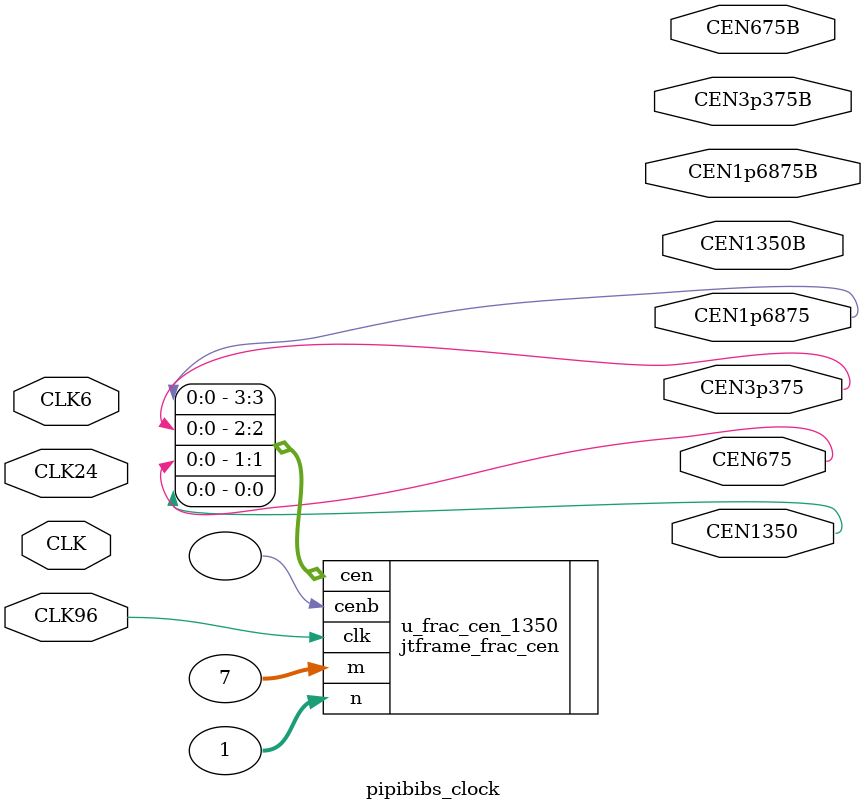
<source format=v>
/*
* <-- pr4m0d -->
* https://pram0d.com
* https://twitter.com/pr4m0d
* https://github.com/psomashekar
*
* Copyright (c) 2022 Pramod Somashekar
*
* This program is free software: you can redistribute it and/or modify
* it under the terms of the GNU General Public License as published by
* the Free Software Foundation, either version 3 of the License, or
* (at your option) any later version.
*
* This program is distributed in the hope that it will be useful,
* but WITHOUT ANY WARRANTY; without even the implied warranty of
* MERCHANTABILITY or FITNESS FOR A PARTICULAR PURPOSE.  See the
* GNU General Public License for more details.
*
* You should have received a copy of the GNU General Public License
* along with this program.  If not, see <https://www.gnu.org/licenses/>.
*/
module pipibibs_clock (
    input CLK, //48mhz
    input CLK96,
    input CLK24,
    input CLK6,
    output CEN675,
    output CEN675B,
    output CEN3p375,
    output CEN3p375B,
    output CEN1p6875,
    output CEN1p6875B,
    output CEN1350,
    output CEN1350B
);

// 13.50mhz / 6.75mhz for GP9001; 3.375 for Z80 and YM3812 (PIPIBIBS)
// 94.5/7=13.5 // 94.5/14=3.375 // 94.5/56=1.6875

jtframe_frac_cen #(.W(4)) u_frac_cen_1350(
    .clk(CLK96),
    .n(1),
    .m(7),
    .cen({CEN1p6875, CEN3p375, CEN675, CEN1350}),
    .cenb()
);

endmodule
</source>
